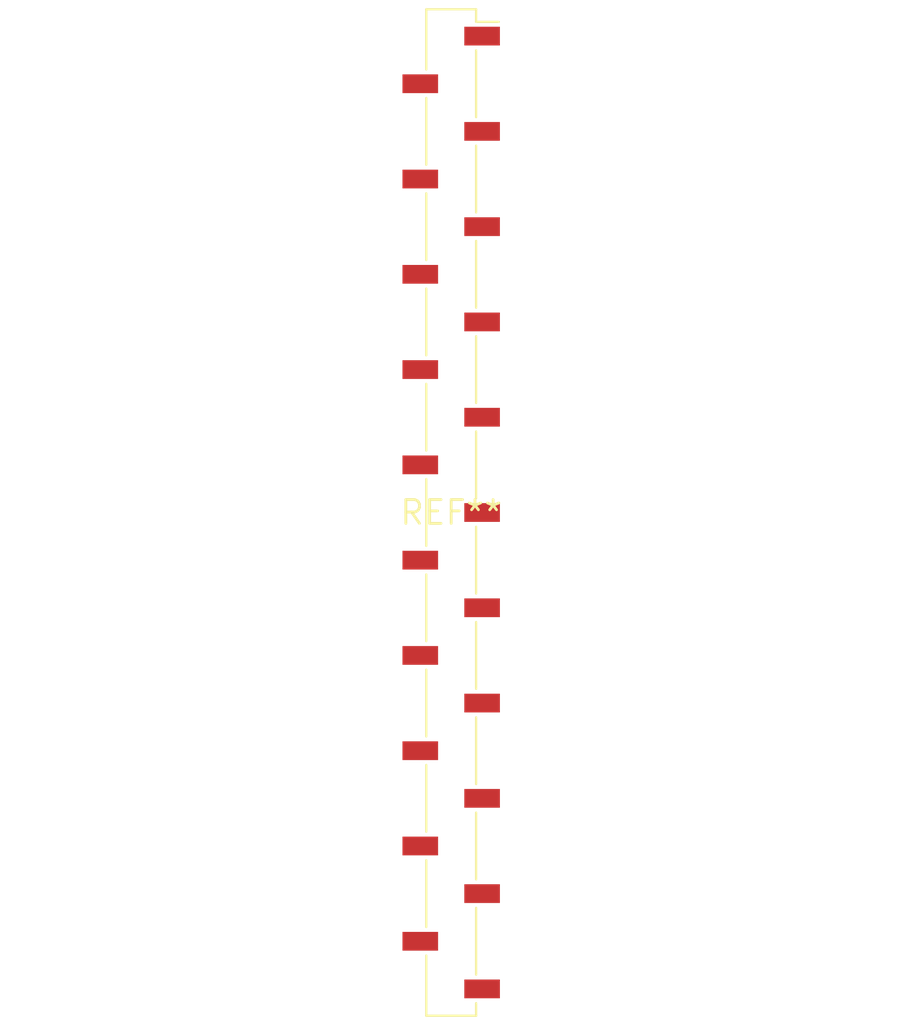
<source format=kicad_pcb>
(kicad_pcb (version 20240108) (generator pcbnew)
  (layers (0 "F.Cu" signal) (31 "B.Cu" signal) (34 "B.Paste" user) (35 "F.Paste" user) (36 "B.SilkS" user "B.Silkscreen") (37 "F.SilkS" user "F.Silkscreen") (38 "B.Mask" user) (39 "F.Mask" user) (44 "Edge.Cuts" user))
  (net 0 "")
  (footprint "PinSocket_1x21_P2.54mm_Vertical_SMD_Pin1Right" (layer "F.Cu") (at 0 0)
    (property "Reference" "REF**")
    (property "Value" "PinSocket_1x21_P2.54mm_Vertical_SMD_Pin1Right")
    (fp_line (start -1.33 -26.83) (end -1.33 -23.62) (layer "F.SilkS") (stroke (width 0.12)))
    (fp_line (start -1.33 -26.83) (end 1.33 -26.83) (layer "F.SilkS") (stroke (width 0.12)))
    (fp_line (start -1.33 -22.1) (end -1.33 -18.54) (layer "F.SilkS") (stroke (width 0.12)))
    (fp_line (start -1.33 -17.02) (end -1.33 -13.46) (layer "F.SilkS") (stroke (width 0.12)))
    (fp_line (start -1.33 -11.94) (end -1.33 -8.38) (layer "F.SilkS") (stroke (width 0.12)))
    (fp_line (start -1.33 -6.86) (end -1.33 -3.3) (layer "F.SilkS") (stroke (width 0.12)))
    (fp_line (start -1.33 -1.78) (end -1.33 1.78) (layer "F.SilkS") (stroke (width 0.12)))
    (fp_line (start -1.33 3.3) (end -1.33 6.86) (layer "F.SilkS") (stroke (width 0.12)))
    (fp_line (start -1.33 8.38) (end -1.33 11.94) (layer "F.SilkS") (stroke (width 0.12)))
    (fp_line (start -1.33 13.46) (end -1.33 17.02) (layer "F.SilkS") (stroke (width 0.12)))
    (fp_line (start -1.33 18.54) (end -1.33 22.1) (layer "F.SilkS") (stroke (width 0.12)))
    (fp_line (start -1.33 23.62) (end -1.33 26.83) (layer "F.SilkS") (stroke (width 0.12)))
    (fp_line (start -1.33 26.83) (end 1.33 26.83) (layer "F.SilkS") (stroke (width 0.12)))
    (fp_line (start 1.33 -26.83) (end 1.33 -26.16) (layer "F.SilkS") (stroke (width 0.12)))
    (fp_line (start 1.33 -26.16) (end 2.54 -26.16) (layer "F.SilkS") (stroke (width 0.12)))
    (fp_line (start 1.33 -24.64) (end 1.33 -21.08) (layer "F.SilkS") (stroke (width 0.12)))
    (fp_line (start 1.33 -19.56) (end 1.33 -16) (layer "F.SilkS") (stroke (width 0.12)))
    (fp_line (start 1.33 -14.48) (end 1.33 -10.92) (layer "F.SilkS") (stroke (width 0.12)))
    (fp_line (start 1.33 -9.4) (end 1.33 -5.84) (layer "F.SilkS") (stroke (width 0.12)))
    (fp_line (start 1.33 -4.32) (end 1.33 -0.76) (layer "F.SilkS") (stroke (width 0.12)))
    (fp_line (start 1.33 0.76) (end 1.33 4.32) (layer "F.SilkS") (stroke (width 0.12)))
    (fp_line (start 1.33 5.84) (end 1.33 9.4) (layer "F.SilkS") (stroke (width 0.12)))
    (fp_line (start 1.33 10.92) (end 1.33 14.48) (layer "F.SilkS") (stroke (width 0.12)))
    (fp_line (start 1.33 16) (end 1.33 19.56) (layer "F.SilkS") (stroke (width 0.12)))
    (fp_line (start 1.33 21.08) (end 1.33 24.64) (layer "F.SilkS") (stroke (width 0.12)))
    (fp_line (start 1.33 26.16) (end 1.33 26.83) (layer "F.SilkS") (stroke (width 0.12)))
    (pad "1" smd rect (at 1.65 -25.4) (size 1.9 1) (layers "F.Cu" "F.Paste" "F.Mask"))
    (pad "2" smd rect (at -1.65 -22.86) (size 1.9 1) (layers "F.Cu" "F.Paste" "F.Mask"))
    (pad "3" smd rect (at 1.65 -20.32) (size 1.9 1) (layers "F.Cu" "F.Paste" "F.Mask"))
    (pad "4" smd rect (at -1.65 -17.78) (size 1.9 1) (layers "F.Cu" "F.Paste" "F.Mask"))
    (pad "5" smd rect (at 1.65 -15.24) (size 1.9 1) (layers "F.Cu" "F.Paste" "F.Mask"))
    (pad "6" smd rect (at -1.65 -12.7) (size 1.9 1) (layers "F.Cu" "F.Paste" "F.Mask"))
    (pad "7" smd rect (at 1.65 -10.16) (size 1.9 1) (layers "F.Cu" "F.Paste" "F.Mask"))
    (pad "8" smd rect (at -1.65 -7.62) (size 1.9 1) (layers "F.Cu" "F.Paste" "F.Mask"))
    (pad "9" smd rect (at 1.65 -5.08) (size 1.9 1) (layers "F.Cu" "F.Paste" "F.Mask"))
    (pad "10" smd rect (at -1.65 -2.54) (size 1.9 1) (layers "F.Cu" "F.Paste" "F.Mask"))
    (pad "11" smd rect (at 1.65 0) (size 1.9 1) (layers "F.Cu" "F.Paste" "F.Mask"))
    (pad "12" smd rect (at -1.65 2.54) (size 1.9 1) (layers "F.Cu" "F.Paste" "F.Mask"))
    (pad "13" smd rect (at 1.65 5.08) (size 1.9 1) (layers "F.Cu" "F.Paste" "F.Mask"))
    (pad "14" smd rect (at -1.65 7.62) (size 1.9 1) (layers "F.Cu" "F.Paste" "F.Mask"))
    (pad "15" smd rect (at 1.65 10.16) (size 1.9 1) (layers "F.Cu" "F.Paste" "F.Mask"))
    (pad "16" smd rect (at -1.65 12.7) (size 1.9 1) (layers "F.Cu" "F.Paste" "F.Mask"))
    (pad "17" smd rect (at 1.65 15.24) (size 1.9 1) (layers "F.Cu" "F.Paste" "F.Mask"))
    (pad "18" smd rect (at -1.65 17.78) (size 1.9 1) (layers "F.Cu" "F.Paste" "F.Mask"))
    (pad "19" smd rect (at 1.65 20.32) (size 1.9 1) (layers "F.Cu" "F.Paste" "F.Mask"))
    (pad "20" smd rect (at -1.65 22.86) (size 1.9 1) (layers "F.Cu" "F.Paste" "F.Mask"))
    (pad "21" smd rect (at 1.65 25.4) (size 1.9 1) (layers "F.Cu" "F.Paste" "F.Mask"))
  )
)
</source>
